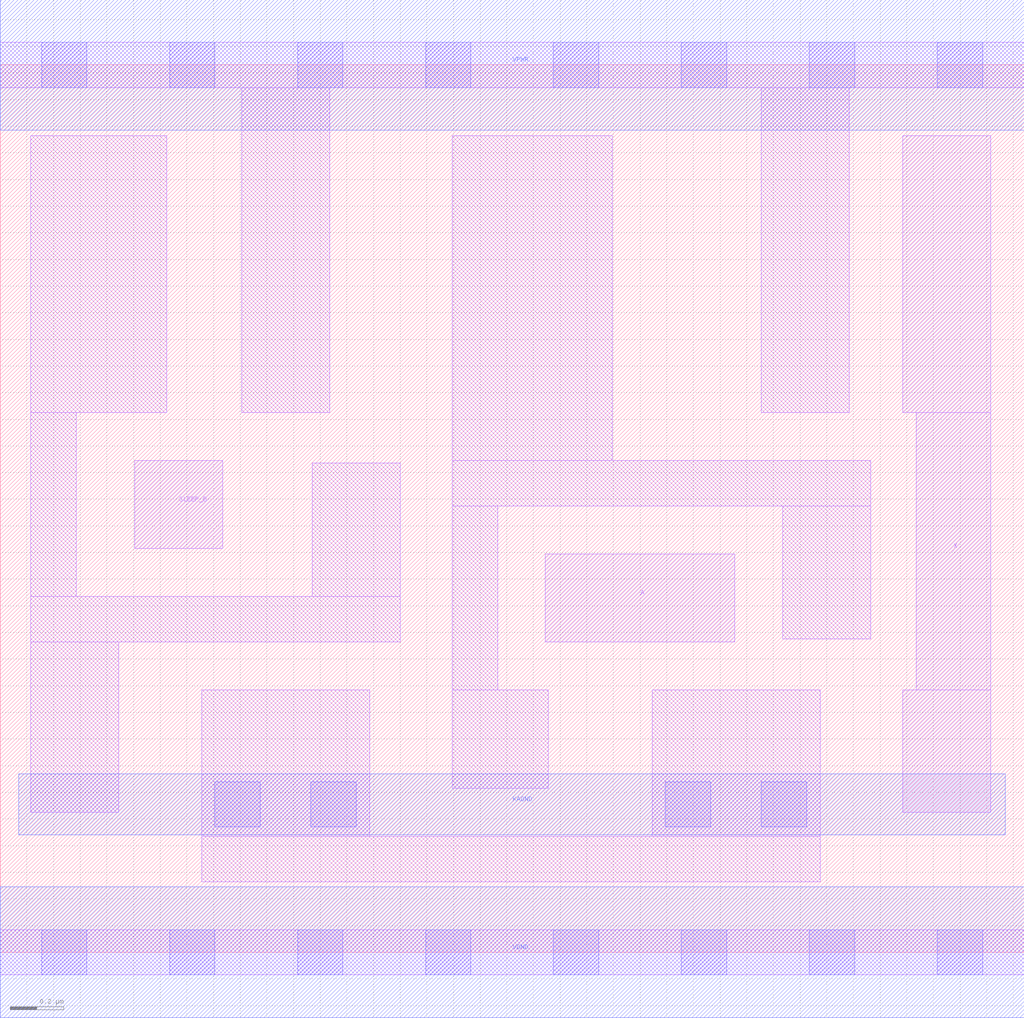
<source format=lef>
# Copyright 2020 The SkyWater PDK Authors
#
# Licensed under the Apache License, Version 2.0 (the "License");
# you may not use this file except in compliance with the License.
# You may obtain a copy of the License at
#
#     https://www.apache.org/licenses/LICENSE-2.0
#
# Unless required by applicable law or agreed to in writing, software
# distributed under the License is distributed on an "AS IS" BASIS,
# WITHOUT WARRANTIES OR CONDITIONS OF ANY KIND, either express or implied.
# See the License for the specific language governing permissions and
# limitations under the License.
#
# SPDX-License-Identifier: Apache-2.0

VERSION 5.7 ;
  NOWIREEXTENSIONATPIN ON ;
  DIVIDERCHAR "/" ;
  BUSBITCHARS "[]" ;
UNITS
  DATABASE MICRONS 200 ;
END UNITS
MACRO sky130_fd_sc_lp__iso1n_lp2
  CLASS CORE ;
  FOREIGN sky130_fd_sc_lp__iso1n_lp2 ;
  ORIGIN  0.000000  0.000000 ;
  SIZE  3.840000 BY  3.330000 ;
  SYMMETRY X Y R90 ;
  SITE unit ;
  PIN A
    ANTENNAGATEAREA  0.376000 ;
    DIRECTION INPUT ;
    USE SIGNAL ;
    PORT
      LAYER li1 ;
        RECT 2.045000 1.165000 2.755000 1.495000 ;
    END
  END A
  PIN SLEEP_B
    ANTENNAGATEAREA  0.376000 ;
    DIRECTION INPUT ;
    USE SIGNAL ;
    PORT
      LAYER li1 ;
        RECT 0.505000 1.515000 0.835000 1.845000 ;
    END
  END SLEEP_B
  PIN X
    ANTENNADIFFAREA  0.404700 ;
    DIRECTION OUTPUT ;
    USE SIGNAL ;
    PORT
      LAYER li1 ;
        RECT 3.385000 0.525000 3.715000 0.985000 ;
        RECT 3.385000 2.025000 3.715000 3.065000 ;
        RECT 3.435000 0.985000 3.715000 2.025000 ;
    END
  END X
  PIN KAGND
    USE GROUND ;
    PORT
      LAYER met1 ;
        RECT 0.070000 0.440000 3.770000 0.670000 ;
    END
  END KAGND
  PIN VGND
    DIRECTION INOUT ;
    USE GROUND ;
    PORT
      LAYER met1 ;
        RECT 0.000000 -0.245000 3.840000 0.245000 ;
    END
  END VGND
  PIN VPWR
    DIRECTION INOUT ;
    USE POWER ;
    PORT
      LAYER met1 ;
        RECT 0.000000 3.085000 3.840000 3.575000 ;
    END
  END VPWR
  OBS
    LAYER li1 ;
      RECT 0.000000 -0.085000 3.840000 0.085000 ;
      RECT 0.000000  3.245000 3.840000 3.415000 ;
      RECT 0.115000  0.525000 0.445000 1.165000 ;
      RECT 0.115000  1.165000 1.500000 1.335000 ;
      RECT 0.115000  1.335000 0.285000 2.025000 ;
      RECT 0.115000  2.025000 0.625000 3.065000 ;
      RECT 0.755000  0.265000 3.075000 0.435000 ;
      RECT 0.755000  0.435000 1.385000 0.985000 ;
      RECT 0.905000  2.025000 1.235000 3.245000 ;
      RECT 1.170000  1.335000 1.500000 1.835000 ;
      RECT 1.695000  0.615000 2.055000 0.985000 ;
      RECT 1.695000  0.985000 1.865000 1.675000 ;
      RECT 1.695000  1.675000 3.265000 1.845000 ;
      RECT 1.695000  1.845000 2.295000 3.065000 ;
      RECT 2.445000  0.435000 3.075000 0.985000 ;
      RECT 2.855000  2.025000 3.185000 3.245000 ;
      RECT 2.935000  1.175000 3.265000 1.675000 ;
    LAYER mcon ;
      RECT 0.155000 -0.085000 0.325000 0.085000 ;
      RECT 0.155000  3.245000 0.325000 3.415000 ;
      RECT 0.635000 -0.085000 0.805000 0.085000 ;
      RECT 0.635000  3.245000 0.805000 3.415000 ;
      RECT 0.805000  0.470000 0.975000 0.640000 ;
      RECT 1.115000 -0.085000 1.285000 0.085000 ;
      RECT 1.115000  3.245000 1.285000 3.415000 ;
      RECT 1.165000  0.470000 1.335000 0.640000 ;
      RECT 1.595000 -0.085000 1.765000 0.085000 ;
      RECT 1.595000  3.245000 1.765000 3.415000 ;
      RECT 2.075000 -0.085000 2.245000 0.085000 ;
      RECT 2.075000  3.245000 2.245000 3.415000 ;
      RECT 2.495000  0.470000 2.665000 0.640000 ;
      RECT 2.555000 -0.085000 2.725000 0.085000 ;
      RECT 2.555000  3.245000 2.725000 3.415000 ;
      RECT 2.855000  0.470000 3.025000 0.640000 ;
      RECT 3.035000 -0.085000 3.205000 0.085000 ;
      RECT 3.035000  3.245000 3.205000 3.415000 ;
      RECT 3.515000 -0.085000 3.685000 0.085000 ;
      RECT 3.515000  3.245000 3.685000 3.415000 ;
  END
END sky130_fd_sc_lp__iso1n_lp2
END LIBRARY

</source>
